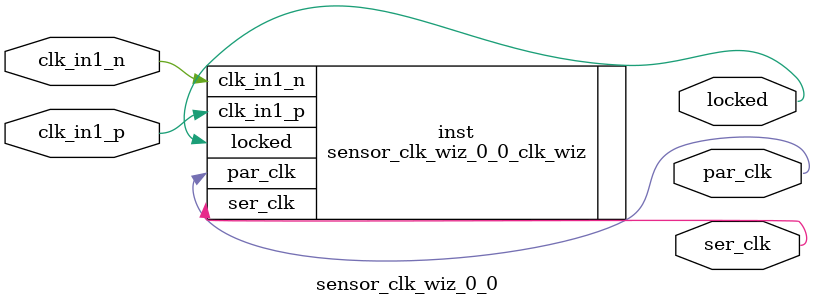
<source format=v>


`timescale 1ps/1ps

(* CORE_GENERATION_INFO = "sensor_clk_wiz_0_0,clk_wiz_v6_0_14_0_0,{component_name=sensor_clk_wiz_0_0,use_phase_alignment=true,use_min_o_jitter=false,use_max_i_jitter=false,use_dyn_phase_shift=false,use_inclk_switchover=false,use_dyn_reconfig=false,enable_axi=0,feedback_source=FDBK_AUTO,PRIMITIVE=MMCM,num_out_clk=2,clkin1_period=5.000,clkin2_period=10.0,use_power_down=false,use_reset=false,use_locked=true,use_inclk_stopped=false,feedback_type=SINGLE,CLOCK_MGR_TYPE=NA,manual_override=false}" *)

module sensor_clk_wiz_0_0 
 (
  // Clock out ports
  output        par_clk,
  output        ser_clk,
  // Status and control signals
  output        locked,
 // Clock in ports
  input         clk_in1_p,
  input         clk_in1_n
 );

  sensor_clk_wiz_0_0_clk_wiz inst
  (
  // Clock out ports  
  .par_clk(par_clk),
  .ser_clk(ser_clk),
  // Status and control signals               
  .locked(locked),
 // Clock in ports
  .clk_in1_p(clk_in1_p),
  .clk_in1_n(clk_in1_n)
  );

endmodule

</source>
